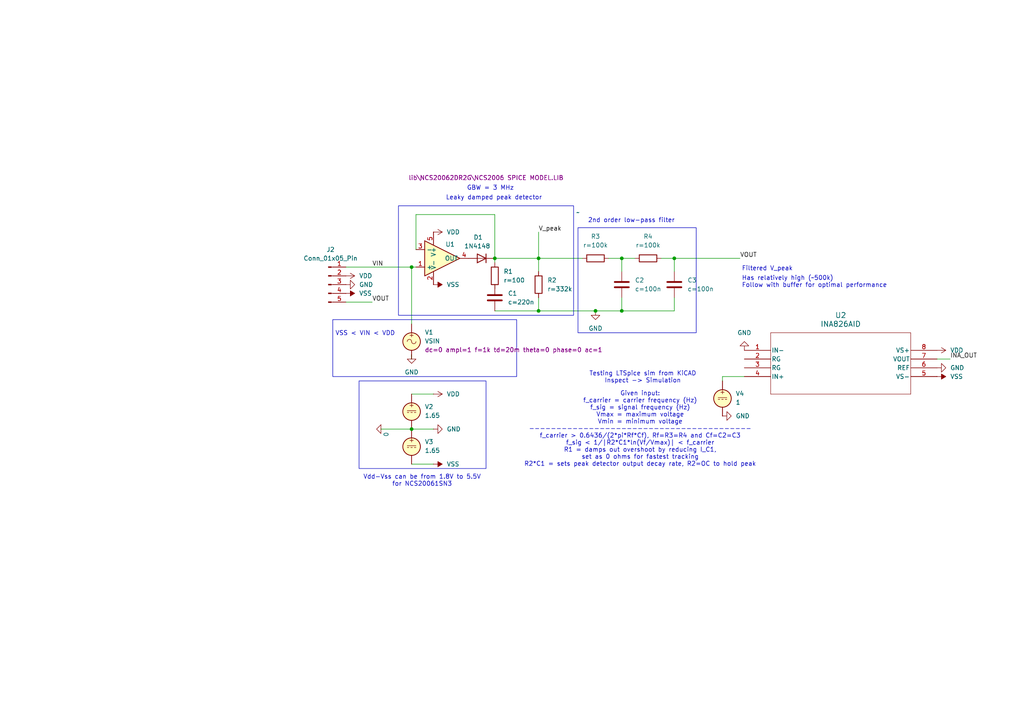
<source format=kicad_sch>
(kicad_sch (version 20231120) (generator "eeschema") (generator_version "8.0")
  (paper "A4")
  (lib_symbols
    (symbol "Connector:Conn_01x05_Pin" (pin_names (offset 1.016) hide)
      (property "Reference" "J" (at 0 7.62 0))
      (property "Value" "Conn_01x05_Pin" (at 0 -7.62 0))
      (symbol "Conn_01x05_Pin_1_1"
        (polyline (pts (xy 1.27 -5.08) (xy 0.8636 -5.08)) (stroke (width 0.1524)))
        (polyline (pts (xy 1.27 -2.54) (xy 0.8636 -2.54)) (stroke (width 0.1524)))
        (polyline (pts (xy 1.27 0) (xy 0.8636 0)) (stroke (width 0.1524)))
        (polyline (pts (xy 1.27 2.54) (xy 0.8636 2.54)) (stroke (width 0.1524)))
        (polyline (pts (xy 1.27 5.08) (xy 0.8636 5.08)) (stroke (width 0.1524)))
        (rectangle (start 0.8636 -4.953) (end 0 -5.207) (stroke (width 0.1524)) (fill (type outline)))
        (rectangle (start 0.8636 -2.413) (end 0 -2.667) (stroke (width 0.1524)) (fill (type outline)))
        (rectangle (start 0.8636 0.127) (end 0 -0.127) (stroke (width 0.1524)) (fill (type outline)))
        (rectangle (start 0.8636 2.667) (end 0 2.413) (stroke (width 0.1524)) (fill (type outline)))
        (rectangle (start 0.8636 5.207) (end 0 4.953) (stroke (width 0.1524)) (fill (type outline)))
        (pin passive line (at 5.08 5.08 180) (length 3.81) (name "Pin_1") (number "1"))
        (pin passive line (at 5.08 2.54 180) (length 3.81) (name "Pin_2") (number "2"))
        (pin passive line (at 5.08 0 180) (length 3.81) (name "Pin_3") (number "3"))
        (pin passive line (at 5.08 -2.54 180) (length 3.81) (name "Pin_4") (number "4"))
        (pin passive line (at 5.08 -5.08 180) (length 3.81) (name "Pin_5") (number "5"))
      )
    )
    (symbol "Device:C" (pin_numbers hide) (pin_names (offset 0.254))
      (property "Reference" "C" (at 0.635 2.54 0))
      (property "Value" "C" (at 0.635 -2.54 0))
      (symbol "C_0_1"
        (polyline (pts (xy -2.032 -0.762) (xy 2.032 -0.762)) (stroke (width 0.508)))
        (polyline (pts (xy -2.032 0.762) (xy 2.032 0.762)) (stroke (width 0.508)))
      )
      (symbol "C_1_1"
        (pin passive line (at 0 3.81 270) (length 2.794) (name "~") (number "1"))
        (pin passive line (at 0 -3.81 90) (length 2.794) (name "~") (number "2"))
      )
    )
    (symbol "Device:R" (pin_numbers hide) (pin_names (offset 0))
      (property "Reference" "R" (at 2.032 0 90))
      (property "Value" "R" (at 0 0 90))
      (symbol "R_0_1"
        (rectangle (start -1.016 -2.54) (end 1.016 2.54) (stroke (width 0.254)))
      )
      (symbol "R_1_1"
        (pin passive line (at 0 3.81 270) (length 1.27) (name "~") (number "1"))
        (pin passive line (at 0 -3.81 90) (length 1.27) (name "~") (number "2"))
      )
    )
    (symbol "Diode:1N4148" (pin_numbers hide) (pin_names hide)
      (property "Reference" "D" (at 0 2.54 0))
      (property "Value" "1N4148" (at 0 -2.54 0))
      (symbol "1N4148_0_1"
        (polyline (pts (xy -1.27 1.27) (xy -1.27 -1.27)) (stroke (width 0.254)))
        (polyline (pts (xy 1.27 0) (xy -1.27 0)))
        (polyline (pts (xy 1.27 1.27) (xy 1.27 -1.27) (xy -1.27 0) (xy 1.27 1.27)) (stroke (width 0.254)))
      )
      (symbol "1N4148_1_1"
        (pin passive line (at -3.81 0 0) (length 2.54) (name "K") (number "1"))
        (pin passive line (at 3.81 0 180) (length 2.54) (name "A") (number "2"))
      )
    )
    (symbol "INA826:INA826AID" (pin_names (offset 0.254))
      (property "Reference" "U" (at 27.94 10.16 0))
      (property "Value" "INA826AID" (at 27.94 7.62 0))
      (symbol "INA826AID_0_1"
        (polyline (pts (xy 7.62 -12.7) (xy 48.26 -12.7)) (stroke (width 0.127)))
        (polyline (pts (xy 7.62 5.08) (xy 7.62 -12.7)) (stroke (width 0.127)))
        (polyline (pts (xy 48.26 -12.7) (xy 48.26 5.08)) (stroke (width 0.127)))
        (polyline (pts (xy 48.26 5.08) (xy 7.62 5.08)) (stroke (width 0.127)))
        (pin input line (at 0 0 0) (length 7.62) (name "IN-") (number "1"))
        (pin unspecified line (at 0 -2.54 0) (length 7.62) (name "RG") (number "2"))
        (pin unspecified line (at 0 -5.08 0) (length 7.62) (name "RG") (number "3"))
        (pin input line (at 0 -7.62 0) (length 7.62) (name "IN+") (number "4"))
        (pin power_in line (at 55.88 -7.62 180) (length 7.62) (name "VS-") (number "5"))
        (pin unspecified line (at 55.88 -5.08 180) (length 7.62) (name "REF") (number "6"))
        (pin output line (at 55.88 -2.54 180) (length 7.62) (name "VOUT") (number "7"))
        (pin power_in line (at 55.88 0 180) (length 7.62) (name "VS+") (number "8"))
      )
    )
    (symbol "NCS20061SN3T1G:NCS20061SN3T1G"
      (property "Reference" "U" (at 0 0 0))
      (property "Sim.Library" "D:\\Stanford\\Ocean_Profiler\\SPICE\\SPICE\\NCS2006 SPICE MODEL.LIB" (at 35.052 6.604 0))
      (property "Sim.Name" "NCS2006" (at 6.858 3.81 0))
      (property "Sim.Device" "SUBCKT" (at 15.748 3.81 0))
      (property "Sim.Pins" "1=1 2=4 3=2 4=5 5=3" (at 12.192 9.398 0))
      (symbol "NCS20061SN3T1G_0_1"
        (polyline (pts (xy -3.81 5.08) (xy 6.35 0) (xy -3.81 -5.08) (xy -3.81 5.08)) (stroke (width 0.254)) (fill (type background)))
      )
      (symbol "NCS20061SN3T1G_1_1"
        (pin input line (at -6.35 -2.54 0) (length 2.54) (name "+") (number "1"))
        (pin power_in line (at -1.27 -7.62 90) (length 3.81) (name "V-") (number "2"))
        (pin input line (at -6.35 2.54 0) (length 2.54) (name "-") (number "3"))
        (pin output line (at 8.89 0 180) (length 2.54) (name "OUT") (number "4"))
        (pin power_in line (at -1.27 7.62 270) (length 3.81) (name "V+") (number "5"))
      )
    )
    (symbol "Simulation_SPICE:0" (power) (pin_numbers hide) (pin_names (offset 0) hide)
      (property "Value" "0" (at 0 -2.54 0))
      (symbol "0_0_1"
        (polyline (pts (xy -1.27 0) (xy 0 -1.27) (xy 1.27 0) (xy -1.27 0)))
      )
      (symbol "0_1_1"
        (pin power_in line (at 0 0 0) (length 0) (name "~") (number "1"))
      )
    )
    (symbol "Simulation_SPICE:VDC" (pin_numbers hide) (pin_names (offset 0.0254))
      (property "Reference" "V" (at 2.54 2.54 0))
      (property "Value" "1" (at 2.54 0 0))
      (symbol "VDC_0_0"
        (polyline (pts (xy -1.27 0.254) (xy 1.27 0.254)))
        (polyline (pts (xy -0.762 -0.254) (xy -1.27 -0.254)))
        (polyline (pts (xy 0.254 -0.254) (xy -0.254 -0.254)))
        (polyline (pts (xy 1.27 -0.254) (xy 0.762 -0.254)))
        (text "+" (at 0 1.905 0) (effects (font (size 1.27 1.27))))
      )
      (symbol "VDC_0_1"
        (circle (center 0 0) (radius 2.54) (stroke (width 0.254)) (fill (type background)))
      )
      (symbol "VDC_1_1"
        (pin passive line (at 0 5.08 270) (length 2.54) (name "~") (number "1"))
        (pin passive line (at 0 -5.08 90) (length 2.54) (name "~") (number "2"))
      )
    )
    (symbol "Simulation_SPICE:VSIN" (pin_numbers hide) (pin_names (offset 0.0254))
      (property "Reference" "V" (at 2.54 2.54 0))
      (property "Value" "VSIN" (at 2.54 0 0))
      (property "Sim.Params" "dc=0 ampl=1 f=1k ac=1" (at 2.54 -2.54 0))
      (symbol "VSIN_0_0"
        (arc (start 0 0) (mid -0.635 0.6323) (end -1.27 0))
        (arc (start 0 0) (mid 0.635 -0.6323) (end 1.27 0))
        (text "+" (at 0 1.905 0) (effects (font (size 1.27 1.27))))
      )
      (symbol "VSIN_0_1"
        (circle (center 0 0) (radius 2.54) (stroke (width 0.254)) (fill (type background)))
      )
      (symbol "VSIN_1_1"
        (pin passive line (at 0 5.08 270) (length 2.54) (name "~") (number "1"))
        (pin passive line (at 0 -5.08 90) (length 2.54) (name "~") (number "2"))
      )
    )
    (symbol "power:GND" (power) (pin_numbers hide) (pin_names (offset 0) hide)
      (property "Value" "GND" (at 0 -3.81 0))
      (symbol "GND_0_1"
        (polyline (pts (xy 0 0) (xy 0 -1.27) (xy 1.27 -1.27) (xy 0 -2.54) (xy -1.27 -1.27) (xy 0 -1.27)))
      )
      (symbol "GND_1_1"
        (pin power_in line (at 0 0 270) (length 0) (name "~") (number "1"))
      )
    )
    (symbol "power:VDD" (power) (pin_numbers hide) (pin_names (offset 0) hide)
      (property "Value" "VDD" (at 0 3.556 0))
      (symbol "VDD_0_1"
        (polyline (pts (xy -0.762 1.27) (xy 0 2.54)))
        (polyline (pts (xy 0 0) (xy 0 2.54)))
        (polyline (pts (xy 0 2.54) (xy 0.762 1.27)))
      )
      (symbol "VDD_1_1"
        (pin power_in line (at 0 0 90) (length 0) (name "~") (number "1"))
      )
    )
    (symbol "power:VSS" (power) (pin_numbers hide) (pin_names (offset 0) hide)
      (property "Value" "VSS" (at 0 3.556 0))
      (symbol "VSS_0_1"
        (polyline (pts (xy 0 0) (xy 0 2.54)))
        (polyline (pts (xy 0.762 1.27) (xy -0.762 1.27) (xy 0 2.54) (xy 0.762 1.27)) (fill (type outline)))
      )
      (symbol "VSS_1_1"
        (pin power_in line (at 0 0 90) (length 0) (name "~") (number "1"))
      )
    )
  )
  (junction (at 180.34 74.93))
  (junction (at 156.21 74.93))
  (junction (at 195.58 74.93))
  (junction (at 143.51 74.93))
  (junction (at 156.21 90.17))
  (junction (at 172.72 90.17))
  (junction (at 119.38 77.47))
  (junction (at 180.34 90.17))
  (junction (at 119.38 124.46))
  (wire (pts (xy 119.38 134.62) (xy 125.73 134.62)))
  (wire (pts (xy 195.58 74.93) (xy 214.63 74.93)))
  (wire (pts (xy 180.34 74.93) (xy 180.34 78.74)))
  (wire (pts (xy 119.38 93.98) (xy 119.38 77.47)))
  (wire (pts (xy 271.78 104.14) (xy 275.59 104.14)))
  (wire (pts (xy 180.34 86.36) (xy 180.34 90.17)))
  (wire (pts (xy 119.38 114.3) (xy 125.73 114.3)))
  (wire (pts (xy 120.65 62.23) (xy 143.51 62.23)))
  (wire (pts (xy 195.58 86.36) (xy 195.58 90.17)))
  (wire (pts (xy 180.34 74.93) (xy 184.15 74.93)))
  (wire (pts (xy 110.49 124.46) (xy 119.38 124.46)))
  (wire (pts (xy 156.21 90.17) (xy 172.72 90.17)))
  (wire (pts (xy 119.38 124.46) (xy 125.73 124.46)))
  (wire (pts (xy 209.55 109.22) (xy 209.55 110.49)))
  (wire (pts (xy 143.51 90.17) (xy 156.21 90.17)))
  (wire (pts (xy 156.21 67.31) (xy 156.21 74.93)))
  (wire (pts (xy 120.65 72.39) (xy 120.65 62.23)))
  (wire (pts (xy 176.53 74.93) (xy 180.34 74.93)))
  (wire (pts (xy 191.77 74.93) (xy 195.58 74.93)))
  (wire (pts (xy 215.9 109.22) (xy 209.55 109.22)))
  (wire (pts (xy 156.21 74.93) (xy 156.21 78.74)))
  (wire (pts (xy 195.58 90.17) (xy 180.34 90.17)))
  (wire (pts (xy 143.51 83.82) (xy 143.51 82.55)))
  (wire (pts (xy 143.51 74.93) (xy 156.21 74.93)))
  (wire (pts (xy 100.33 77.47) (xy 119.38 77.47)))
  (wire (pts (xy 119.38 77.47) (xy 120.65 77.47)))
  (wire (pts (xy 156.21 86.36) (xy 156.21 90.17)))
  (wire (pts (xy 156.21 74.93) (xy 168.91 74.93)))
  (wire (pts (xy 195.58 74.93) (xy 195.58 78.74)))
  (wire (pts (xy 119.38 104.14) (xy 119.38 102.87)))
  (wire (pts (xy 180.34 90.17) (xy 172.72 90.17)))
  (wire (pts (xy 143.51 76.2) (xy 143.51 74.93)))
  (wire (pts (xy 107.95 87.63) (xy 100.33 87.63)))
  (wire (pts (xy 143.51 62.23) (xy 143.51 74.93)))
  (rectangle (start 167.64 66.04) (end 201.93 96.52))
  (rectangle (start 115.57 59.69) (end 166.37 91.44))
  (rectangle (start 104.14 110.49) (end 140.97 135.89))
  (rectangle (start 96.52 92.71) (end 149.86 109.22))
  (text "Testing LTSpice sim from KiCAD\nInspect -> Simulation" (at 186.436 109.474 0) (effects (font (size 1.27 1.27))))
  (text "GBW = 3 MHz" (at 142.24 54.61 0) (effects (font (size 1.27 1.27))))
  (text "Given input:\nf_carrier = carrier frequency (Hz)\nf_sig = signal frequency (Hz)\nVmax = maximum voltage\nVmin = minimum voltage\n-----------------------------------------\nf_carrier > 0.6436/(2*pi*Rf*Cf), Rf=R3=R4 and Cf=C2=C3\nf_sig < 1/|R2*C1*ln(Vf/Vmax)| < f_carrier\nR1 = damps out overshoot by reducing I_C1,\nset as 0 ohms for fastest tracking\nR2*C1 = sets peak detector output decay rate, R2=OC to hold peak\n" (at 185.674 124.46 0) (effects (font (size 1.27 1.27))))
  (text "Vdd-Vss can be from 1.8V to 5.5V\nfor NCS20061SN3" (at 122.428 139.446 0) (effects (font (size 1.27 1.27))))
  (text "Has relatively high (~500k)\nFollow with buffer for optimal performance" (at 215.138 81.788 0) (effects (font (size 1.27 1.27)) (justify left)))
  (text "2nd order low-pass filter" (at 183.134 64.008 0) (effects (font (size 1.27 1.27))))
  (text "VSS < VIN < VDD" (at 105.918 96.774 0) (effects (font (size 1.27 1.27))))
  (text "Filtered V_peak" (at 215.138 77.978 0) (effects (font (size 1.27 1.27)) (justify left)))
  (text "Leaky damped peak detector" (at 129.286 57.404 0) (effects (font (size 1.27 1.27)) (justify left)))
  (label "VOUT" (at 214.63 74.93 0))
  (label "V_peak" (at 156.21 67.31 0))
  (label "VIN" (at 107.95 77.47 0))
  (label "INA_OUT" (at 275.59 104.14 0))
  (label "VOUT" (at 107.95 87.63 0))
  (symbol (lib_id "Device:R") (at 156.21 82.55 0) (unit 1)
    (property "Reference" "R2" (at 158.75 81.2799 0) (effects (justify left)))
    (property "Value" "${SIM.PARAMS}" (at 158.75 83.8199 0) (effects (justify left)))
    (property "Footprint" "Resistor_SMD:R_0603_1608Metric" (effects (hide yes)))
    (property "Description" "Resistor" (effects (hide yes)))
    (property "Sim.Device" "R" (effects (hide yes)))
    (property "Sim.Type" "=" (effects (hide yes)))
    (property "Sim.Params" "r=332k" (effects (hide yes)))
    (property "Sim.Pins" "1=+ 2=-" (effects (hide yes)))
  )
  (symbol (lib_id "power:GND") (at 119.38 102.87 0) (unit 1)
    (property "Reference" "#PWR010" (effects (hide yes)))
    (property "Value" "GND" (at 119.38 107.95 0))
    (property "Description" "Power symbol creates a global label with name \"GND\" , ground" (effects (hide yes)))
  )
  (symbol (lib_id "power:VDD") (at 271.78 101.6 270) (unit 1)
    (property "Reference" "#PWR011" (effects (hide yes)))
    (property "Value" "VDD" (at 275.59 101.5999 90) (effects (justify left)))
    (property "Description" "Power symbol creates a global label with name \"VDD\"" (effects (hide yes)))
  )
  (symbol (lib_id "Diode:1N4148") (at 139.7 74.93 180) (unit 1)
    (property "Reference" "D1" (at 138.684 68.834 0))
    (property "Value" "1N4148" (at 138.43 71.374 0))
    (property "Footprint" "Diode_THT:D_DO-35_SOD27_P7.62mm_Horizontal" (effects (hide yes)))
    (property "Datasheet" "https://assets.nexperia.com/documents/data-sheet/1N4148_1N4448.pdf" (effects (hide yes)))
    (property "Description" "100V 0.15A standard switching diode, DO-35" (effects (hide yes)))
    (property "Sim.Device" "SUBCKT" (effects (hide yes)))
    (property "Sim.Pins" "1=2 2=1" (effects (hide yes)))
    (property "Sim.Library" "lib\\1N4148W-13-F\\1N4148.lib" (effects (hide yes)))
    (property "Sim.Name" "1N4148" (effects (hide yes)))
  )
  (symbol (lib_id "Simulation_SPICE:VDC") (at 119.38 129.54 0) (unit 1) (on_board no)
    (property "Reference" "V3" (at 123.19 128.1401 0) (effects (justify left)))
    (property "Value" "1.65" (at 123.19 130.6801 0) (effects (justify left)))
    (property "Datasheet" "https://ngspice.sourceforge.io/docs/ngspice-html-manual/manual.xhtml#sec_Independent_Sources_for" (effects (hide yes)))
    (property "Description" "Voltage source, DC" (effects (hide yes)))
    (property "Sim.Pins" "1=+ 2=-" (effects (hide yes)))
    (property "Sim.Type" "DC" (effects (hide yes)))
    (property "Sim.Device" "V" (effects (hide yes)))
  )
  (symbol (lib_id "Device:C") (at 180.34 82.55 0) (unit 1)
    (property "Reference" "C2" (at 184.15 81.2799 0) (effects (justify left)))
    (property "Value" "${SIM.PARAMS}" (at 184.15 83.8199 0) (effects (justify left)))
    (property "Footprint" "Capacitor_SMD:C_0603_1608Metric" (effects (hide yes)))
    (property "Description" "Unpolarized capacitor" (effects (hide yes)))
    (property "Sim.Device" "C" (effects (hide yes)))
    (property "Sim.Type" "=" (effects (hide yes)))
    (property "Sim.Params" "c=100n" (effects (hide yes)))
    (property "Sim.Pins" "1=+ 2=-" (effects (hide yes)))
  )
  (symbol (lib_id "power:VSS") (at 125.73 82.55 270) (unit 1)
    (property "Reference" "#PWR03" (effects (hide yes)))
    (property "Value" "VSS" (at 129.54 82.5499 90) (effects (justify left)))
    (property "Description" "Power symbol creates a global label with name \"VSS\"" (effects (hide yes)))
  )
  (symbol (lib_id "power:VDD") (at 125.73 67.31 270) (unit 1)
    (property "Reference" "#PWR01" (effects (hide yes)))
    (property "Value" "VDD" (at 129.54 67.3099 90) (effects (justify left)))
    (property "Description" "Power symbol creates a global label with name \"VDD\"" (effects (hide yes)))
  )
  (symbol (lib_id "power:VSS") (at 271.78 109.22 270) (unit 1)
    (property "Reference" "#PWR013" (effects (hide yes)))
    (property "Value" "VSS" (at 275.59 109.2199 90) (effects (justify left)))
    (property "Description" "Power symbol creates a global label with name \"VSS\"" (effects (hide yes)))
  )
  (symbol (lib_id "Device:C") (at 143.51 86.36 0) (unit 1)
    (property "Reference" "C1" (at 147.32 85.0899 0) (effects (justify left)))
    (property "Value" "${SIM.PARAMS}" (at 147.32 87.6299 0) (effects (justify left)))
    (property "Footprint" "Capacitor_SMD:C_0603_1608Metric" (effects (hide yes)))
    (property "Description" "Unpolarized capacitor" (effects (hide yes)))
    (property "Sim.Device" "C" (effects (hide yes)))
    (property "Sim.Type" "=" (effects (hide yes)))
    (property "Sim.Params" "c=220n" (effects (hide yes)))
    (property "Sim.Pins" "1=+ 2=-" (effects (hide yes)))
  )
  (symbol (lib_id "power:GND") (at 100.33 82.55 90) (unit 1)
    (property "Reference" "#PWR08" (effects (hide yes)))
    (property "Value" "GND" (at 104.14 82.5499 90) (effects (justify right)))
    (property "Description" "Power symbol creates a global label with name \"GND\" , ground" (effects (hide yes)))
  )
  (symbol (lib_id "Simulation_SPICE:VSIN") (at 119.38 99.06 0) (unit 1) (on_board no)
    (property "Reference" "V1" (at 123.19 96.3901 0) (effects (justify left)))
    (property "Value" "VSIN" (at 123.19 98.9301 0) (effects (justify left)))
    (property "Datasheet" "https://ngspice.sourceforge.io/docs/ngspice-html-manual/manual.xhtml#sec_Independent_Sources_for" (effects (hide yes)))
    (property "Description" "Voltage source, sinusoidal" (effects (hide yes)))
    (property "Sim.Pins" "1=+ 2=-" (effects (hide yes)))
    (property "Sim.Params" "dc=0 ampl=1 f=1k td=20m theta=0 phase=0 ac=1" (at 123.19 101.4701 0) (effects (justify left)))
    (property "Sim.Type" "SIN" (effects (hide yes)))
    (property "Sim.Device" "V" (effects (hide yes)))
  )
  (symbol (lib_id "power:VDD") (at 125.73 114.3 270) (unit 1)
    (property "Reference" "#PWR06" (effects (hide yes)))
    (property "Value" "VDD" (at 129.54 114.2999 90) (effects (justify left)))
    (property "Description" "Power symbol creates a global label with name \"VDD\"" (effects (hide yes)))
  )
  (symbol (lib_id "Device:C") (at 195.58 82.55 0) (unit 1)
    (property "Reference" "C3" (at 199.39 81.2799 0) (effects (justify left)))
    (property "Value" "${SIM.PARAMS}" (at 199.39 83.8199 0) (effects (justify left)))
    (property "Footprint" "Capacitor_SMD:C_0603_1608Metric" (effects (hide yes)))
    (property "Description" "Unpolarized capacitor" (effects (hide yes)))
    (property "Sim.Device" "C" (effects (hide yes)))
    (property "Sim.Type" "=" (effects (hide yes)))
    (property "Sim.Params" "c=100n" (effects (hide yes)))
    (property "Sim.Pins" "1=+ 2=-" (effects (hide yes)))
  )
  (symbol (lib_id "Simulation_SPICE:VDC") (at 119.38 119.38 0) (unit 1) (on_board no)
    (property "Reference" "V2" (at 123.19 117.9801 0) (effects (justify left)))
    (property "Value" "1.65" (at 123.19 120.5201 0) (effects (justify left)))
    (property "Datasheet" "https://ngspice.sourceforge.io/docs/ngspice-html-manual/manual.xhtml#sec_Independent_Sources_for" (effects (hide yes)))
    (property "Description" "Voltage source, DC" (effects (hide yes)))
    (property "Sim.Pins" "1=+ 2=-" (effects (hide yes)))
    (property "Sim.Type" "DC" (effects (hide yes)))
    (property "Sim.Device" "V" (effects (hide yes)))
  )
  (symbol (lib_id "Simulation_SPICE:0") (at 110.49 124.46 270) (unit 1)
    (property "Reference" "#GND01" (effects (hide yes)))
    (property "Value" "0" (at 112.014 125.984 0))
    (property "Datasheet" "https://ngspice.sourceforge.io/docs/ngspice-html-manual/manual.xhtml#subsec_Circuit_elements__device" (effects (hide yes)))
    (property "Description" "0V reference potential for simulation" (effects (hide yes)))
  )
  (symbol (lib_id "Device:R") (at 187.96 74.93 90) (unit 1)
    (property "Reference" "R4" (at 187.96 68.58 90))
    (property "Value" "${SIM.PARAMS}" (at 187.96 71.12 90))
    (property "Footprint" "Resistor_SMD:R_0603_1608Metric" (effects (hide yes)))
    (property "Description" "Resistor" (effects (hide yes)))
    (property "Sim.Device" "R" (effects (hide yes)))
    (property "Sim.Type" "=" (effects (hide yes)))
    (property "Sim.Params" "r=100k" (effects (hide yes)))
    (property "Sim.Pins" "1=+ 2=-" (effects (hide yes)))
  )
  (symbol (lib_id "power:GND") (at 125.73 124.46 90) (unit 1)
    (property "Reference" "#PWR09" (effects (hide yes)))
    (property "Value" "GND" (at 129.54 124.4599 90) (effects (justify right)))
    (property "Description" "Power symbol creates a global label with name \"GND\" , ground" (effects (hide yes)))
  )
  (symbol (lib_id "power:VDD") (at 100.33 80.01 270) (unit 1)
    (property "Reference" "#PWR02" (effects (hide yes)))
    (property "Value" "VDD" (at 104.14 80.0099 90) (effects (justify left)))
    (property "Description" "Power symbol creates a global label with name \"VDD\"" (effects (hide yes)))
  )
  (symbol (lib_id "NCS20061SN3T1G:NCS20061SN3T1G") (at 127 74.93 0) (unit 1)
    (property "Reference" "U1" (at 130.556 70.866 0))
    (property "Value" "~" (at 167.64 61.6265 0))
    (property "Footprint" "Package_SO:TSOP-5_1.65x3.05mm_P0.95mm" (effects (hide yes)))
    (property "Sim.Library" "lib\\NCS20062DR2G\\NCS2006 SPICE MODEL.LIB" (at 140.97 51.562 0))
    (property "Sim.Name" "NCS2006" (effects (hide yes)))
    (property "Sim.Device" "SUBCKT" (effects (hide yes)))
    (property "Sim.Pins" "1=1 2=4 3=2 4=5 5=3" (effects (hide yes)))
  )
  (symbol (lib_id "power:VSS") (at 100.33 85.09 270) (unit 1)
    (property "Reference" "#PWR04" (effects (hide yes)))
    (property "Value" "VSS" (at 104.14 85.0899 90) (effects (justify left)))
    (property "Description" "Power symbol creates a global label with name \"VSS\"" (effects (hide yes)))
  )
  (symbol (lib_id "power:GND") (at 271.78 106.68 90) (unit 1)
    (property "Reference" "#PWR012" (effects (hide yes)))
    (property "Value" "GND" (at 275.59 106.6799 90) (effects (justify right)))
    (property "Description" "Power symbol creates a global label with name \"GND\" , ground" (effects (hide yes)))
  )
  (symbol (lib_id "INA826:INA826AID") (at 215.9 101.6 0) (unit 1)
    (property "Reference" "U2" (at 243.84 91.44 0) (effects (font (size 1.524 1.524))))
    (property "Value" "INA826AID" (at 243.84 93.98 0) (effects (font (size 1.524 1.524))))
    (property "Footprint" "INA826:D8" (effects (hide yes)))
    (property "Datasheet" "INA826AID" (effects (hide yes)))
    (property "Sim.Library" "lib\\INA826AID\\ina826.lib" (effects (hide yes)))
    (property "Sim.Name" "INA826" (effects (hide yes)))
    (property "Sim.Device" "SUBCKT" (effects (hide yes)))
    (property "Sim.Pins" "1=IN- 2=RG+ 3=RG- 4=IN+ 5=GND 6=REF 7=OUT 8=VDD" (effects (hide yes)))
  )
  (symbol (lib_id "power:GND") (at 172.72 90.17 0) (unit 1)
    (property "Reference" "#PWR07" (effects (hide yes)))
    (property "Value" "GND" (at 172.72 95.25 0))
    (property "Description" "Power symbol creates a global label with name \"GND\" , ground" (effects (hide yes)))
  )
  (symbol (lib_id "power:GND") (at 209.55 120.65 90) (unit 1)
    (property "Reference" "#PWR015" (effects (hide yes)))
    (property "Value" "GND" (at 213.36 120.6499 90) (effects (justify right)))
    (property "Description" "Power symbol creates a global label with name \"GND\" , ground" (effects (hide yes)))
  )
  (symbol (lib_id "Device:R") (at 172.72 74.93 90) (unit 1)
    (property "Reference" "R3" (at 172.72 68.58 90))
    (property "Value" "${SIM.PARAMS}" (at 172.72 71.12 90))
    (property "Footprint" "Resistor_SMD:R_0603_1608Metric" (effects (hide yes)))
    (property "Description" "Resistor" (effects (hide yes)))
    (property "Sim.Device" "R" (effects (hide yes)))
    (property "Sim.Type" "=" (effects (hide yes)))
    (property "Sim.Params" "r=100k" (effects (hide yes)))
    (property "Sim.Pins" "1=+ 2=-" (effects (hide yes)))
  )
  (symbol (lib_id "power:GND") (at 215.9 101.6 180) (unit 1)
    (property "Reference" "#PWR014" (effects (hide yes)))
    (property "Value" "GND" (at 215.9 96.52 0))
    (property "Description" "Power symbol creates a global label with name \"GND\" , ground" (effects (hide yes)))
  )
  (symbol (lib_id "power:VSS") (at 125.73 134.62 270) (unit 1)
    (property "Reference" "#PWR05" (effects (hide yes)))
    (property "Value" "VSS" (at 129.54 134.6199 90) (effects (justify left)))
    (property "Description" "Power symbol creates a global label with name \"VSS\"" (effects (hide yes)))
  )
  (symbol (lib_id "Connector:Conn_01x05_Pin") (at 95.25 82.55 0) (unit 1) (exclude_from_sim yes)
    (property "Reference" "J2" (at 95.885 72.39 0))
    (property "Value" "Conn_01x05_Pin" (at 95.885 74.93 0))
    (property "Footprint" "Connector_PinHeader_2.54mm:PinHeader_1x05_P2.54mm_Vertical" (effects (hide yes)))
    (property "Description" "Generic connector, single row, 01x05, script generated" (effects (hide yes)))
  )
  (symbol (lib_id "Device:R") (at 143.51 80.01 0) (unit 1)
    (property "Reference" "R1" (at 146.05 78.7399 0) (effects (justify left)))
    (property "Value" "${SIM.PARAMS}" (at 146.05 81.2799 0) (effects (justify left)))
    (property "Footprint" "Resistor_SMD:R_0603_1608Metric" (effects (hide yes)))
    (property "Description" "Resistor" (effects (hide yes)))
    (property "Sim.Device" "R" (effects (hide yes)))
    (property "Sim.Type" "=" (effects (hide yes)))
    (property "Sim.Params" "r=100" (effects (hide yes)))
    (property "Sim.Pins" "1=+ 2=-" (effects (hide yes)))
  )
  (symbol (lib_id "Simulation_SPICE:VDC") (at 209.55 115.57 0) (unit 1) (on_board no)
    (property "Reference" "V4" (at 213.36 114.1701 0) (effects (justify left)))
    (property "Value" "1" (at 213.36 116.7101 0) (effects (justify left)))
    (property "Datasheet" "https://ngspice.sourceforge.io/docs/ngspice-html-manual/manual.xhtml#sec_Independent_Sources_for" (effects (hide yes)))
    (property "Description" "Voltage source, DC" (effects (hide yes)))
    (property "Sim.Pins" "1=+ 2=-" (effects (hide yes)))
    (property "Sim.Type" "DC" (effects (hide yes)))
    (property "Sim.Device" "V" (effects (hide yes)))
  )
)
</source>
